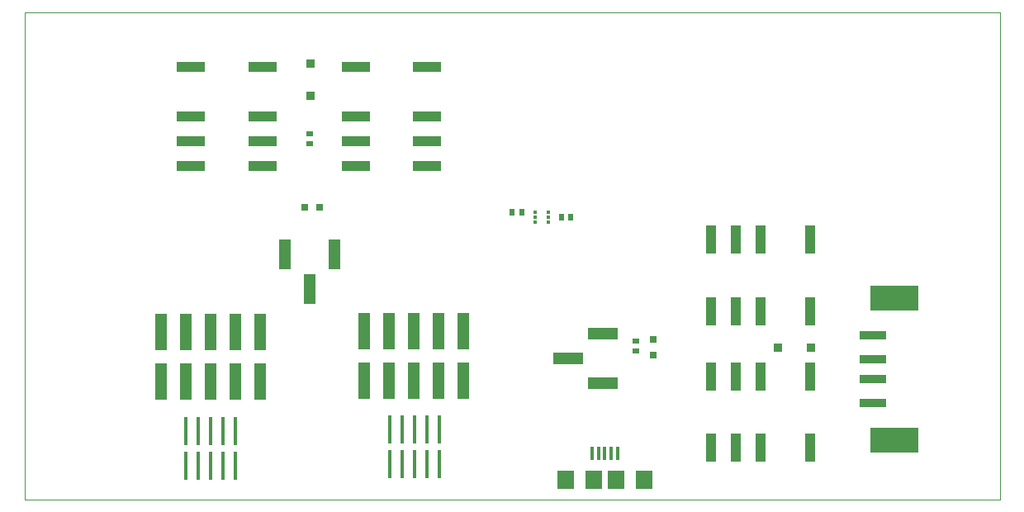
<source format=gtp>
G04*
G04 #@! TF.GenerationSoftware,Altium Limited,Altium Designer,18.1.9 (240)*
G04*
G04 Layer_Color=8421504*
%FSLAX25Y25*%
%MOIN*%
G70*
G01*
G75*
%ADD17C,0.00039*%
%ADD18R,0.04331X0.11811*%
%ADD19R,0.11811X0.04331*%
G04:AMPARAMS|DCode=20|XSize=23.62mil|YSize=19.68mil|CornerRadius=1.48mil|HoleSize=0mil|Usage=FLASHONLY|Rotation=180.000|XOffset=0mil|YOffset=0mil|HoleType=Round|Shape=RoundedRectangle|*
%AMROUNDEDRECTD20*
21,1,0.02362,0.01673,0,0,180.0*
21,1,0.02067,0.01968,0,0,180.0*
1,1,0.00295,-0.01034,0.00837*
1,1,0.00295,0.01034,0.00837*
1,1,0.00295,0.01034,-0.00837*
1,1,0.00295,-0.01034,-0.00837*
%
%ADD20ROUNDEDRECTD20*%
%ADD21R,0.03150X0.03150*%
%ADD22R,0.03300X0.03300*%
%ADD23R,0.05000X0.12000*%
%ADD24R,0.01800X0.11800*%
%ADD25R,0.05000X0.14500*%
%ADD26R,0.01772X0.01181*%
G04:AMPARAMS|DCode=27|XSize=23.62mil|YSize=19.68mil|CornerRadius=1.48mil|HoleSize=0mil|Usage=FLASHONLY|Rotation=90.000|XOffset=0mil|YOffset=0mil|HoleType=Round|Shape=RoundedRectangle|*
%AMROUNDEDRECTD27*
21,1,0.02362,0.01673,0,0,90.0*
21,1,0.02067,0.01968,0,0,90.0*
1,1,0.00295,0.00837,0.01034*
1,1,0.00295,0.00837,-0.01034*
1,1,0.00295,-0.00837,-0.01034*
1,1,0.00295,-0.00837,0.01034*
%
%ADD27ROUNDEDRECTD27*%
%ADD28R,0.03300X0.03300*%
%ADD29R,0.03150X0.03150*%
%ADD30R,0.11024X0.03543*%
%ADD31R,0.19685X0.09843*%
%ADD32R,0.07087X0.07480*%
%ADD33R,0.01575X0.05315*%
%ADD34R,0.12000X0.05000*%
D17*
X39370Y39370D02*
Y236221D01*
Y39370D02*
X433071D01*
Y236221D01*
X39370D02*
X433071D01*
D18*
X316614Y115551D02*
D03*
X326614D02*
D03*
X336614D02*
D03*
X356614D02*
D03*
Y144291D02*
D03*
X336614D02*
D03*
X326614D02*
D03*
X316614D02*
D03*
X316516Y60433D02*
D03*
X326516D02*
D03*
X336516D02*
D03*
X356516D02*
D03*
Y89173D02*
D03*
X336516D02*
D03*
X326516D02*
D03*
X316516D02*
D03*
D19*
X201870Y174000D02*
D03*
Y184000D02*
D03*
Y194000D02*
D03*
Y214000D02*
D03*
X173130D02*
D03*
Y194000D02*
D03*
Y184000D02*
D03*
Y174000D02*
D03*
X135370D02*
D03*
Y184000D02*
D03*
Y194000D02*
D03*
Y214000D02*
D03*
X106630D02*
D03*
Y194000D02*
D03*
Y184000D02*
D03*
Y174000D02*
D03*
D20*
X154600Y183132D02*
D03*
Y187068D02*
D03*
X286100Y99532D02*
D03*
Y103469D02*
D03*
D21*
X152350Y157500D02*
D03*
X158650D02*
D03*
D22*
X155000Y215550D02*
D03*
Y202450D02*
D03*
D23*
X144500Y138500D02*
D03*
X154500Y124500D02*
D03*
X164500Y138500D02*
D03*
D24*
X124567Y53039D02*
D03*
Y67039D02*
D03*
X119567Y53039D02*
D03*
Y67039D02*
D03*
X114567Y53039D02*
D03*
Y67039D02*
D03*
X109567Y53039D02*
D03*
Y67039D02*
D03*
X104567Y53039D02*
D03*
Y67039D02*
D03*
X206752Y53630D02*
D03*
Y67630D02*
D03*
X201752Y53630D02*
D03*
Y67630D02*
D03*
X196752Y53630D02*
D03*
Y67630D02*
D03*
X191752Y53630D02*
D03*
Y67630D02*
D03*
X186752Y53630D02*
D03*
Y67630D02*
D03*
D25*
X134567Y107244D02*
D03*
X124567D02*
D03*
X114567D02*
D03*
X104567D02*
D03*
X94567D02*
D03*
Y87244D02*
D03*
X104567D02*
D03*
X114567D02*
D03*
X134567D02*
D03*
X124567D02*
D03*
X216457Y107264D02*
D03*
X206457D02*
D03*
X196457D02*
D03*
X186457D02*
D03*
X176457D02*
D03*
Y87264D02*
D03*
X186457D02*
D03*
X196457D02*
D03*
X216457D02*
D03*
X206457D02*
D03*
D26*
X245374Y155512D02*
D03*
Y153543D02*
D03*
Y151575D02*
D03*
X250689D02*
D03*
Y153543D02*
D03*
Y155512D02*
D03*
D27*
X236221Y155512D02*
D03*
X240158D02*
D03*
X259968Y153500D02*
D03*
X256031D02*
D03*
D28*
X356750Y100600D02*
D03*
X343650D02*
D03*
D29*
X293207Y103957D02*
D03*
Y97658D02*
D03*
D30*
X381693Y78347D02*
D03*
Y88189D02*
D03*
Y96063D02*
D03*
Y105905D02*
D03*
D31*
X390551Y63583D02*
D03*
Y120669D02*
D03*
D32*
X289370Y47441D02*
D03*
X278150D02*
D03*
X269094D02*
D03*
X257874D02*
D03*
D33*
X278740Y57972D02*
D03*
X276181D02*
D03*
X273622D02*
D03*
X271063D02*
D03*
X268504D02*
D03*
D34*
X272748Y106457D02*
D03*
X258748Y96457D02*
D03*
X272748Y86457D02*
D03*
M02*

</source>
